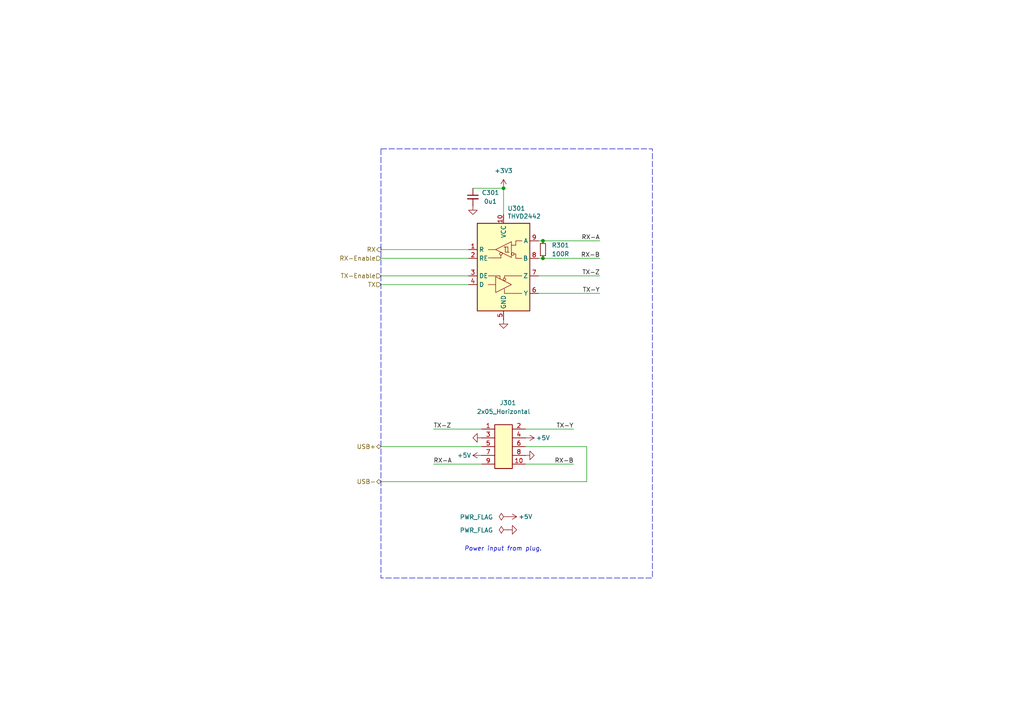
<source format=kicad_sch>
(kicad_sch (version 20250114) (generator "eeschema") (generator_version "9.0")
  (paper "A4")
  (title_block (title "V2 Link") (date "2026-02-11") (rev "2026-02-11") (company "Plug"))
  (lib_symbols
    (symbol "V2_Connector_Header_1.27mm:2x05_Horizontal" (pin_names (hide yes))
      (property "Reference" "J" (at 0 12.7 0))
      (property "Value" "2x05_Horizontal" (at 1.27 10.16 0))
      (symbol "2x05_Horizontal_1_1"
        (rectangle (start -2.54 6.35) (end 2.54 -6.35) (stroke (width 0.254)) (fill (type background)))
        (pin passive line (at -6.35 5.08 0) (length 3.81) (name "Pin_1") (number "1"))
        (pin passive line (at -6.35 2.54 0) (length 3.81) (name "Pin_3") (number "3"))
        (pin passive line (at -6.35 0 0) (length 3.81) (name "Pin_5") (number "5"))
        (pin passive line (at -6.35 -2.54 0) (length 3.81) (name "Pin_7") (number "7"))
        (pin passive line (at -6.35 -5.08 0) (length 3.81) (name "Pin_9") (number "9"))
        (pin passive line (at 6.35 5.08 180) (length 3.81) (name "Pin_2") (number "2"))
        (pin passive line (at 6.35 2.54 180) (length 3.81) (name "Pin_4") (number "4"))
        (pin passive line (at 6.35 0 180) (length 3.81) (name "Pin_6") (number "6"))
        (pin passive line (at 6.35 -2.54 180) (length 3.81) (name "Pin_8") (number "8"))
        (pin passive line (at 6.35 -5.08 180) (length 3.81) (name "Pin_10") (number "10"))
      )
    )
    (symbol "V2_Device:C_0603_0u1" (pin_numbers (hide yes)) (pin_names (offset 0.254) (hide yes))
      (property "Reference" "C" (at 1.778 1.524 0))
      (property "Value" "0u1" (at 1.778 -2.032 0))
      (symbol "C_0603_0u1_0_1"
        (polyline (pts (xy -1.524 0.508) (xy 1.524 0.508)) (stroke (width 0.3048)))
        (polyline (pts (xy -1.524 -0.508) (xy 1.524 -0.508)) (stroke (width 0.3302)))
      )
      (symbol "C_0603_0u1_1_1"
        (pin passive line (at 0 2.54 270) (length 2.032) (name "~") (number "1"))
        (pin passive line (at 0 -2.54 90) (length 2.032) (name "~") (number "2"))
      )
    )
    (symbol "V2_Device:R_0603_100R" (pin_numbers (hide yes)) (pin_names (offset 0.254) (hide yes))
      (property "Reference" "R" (at 2.032 1.27 0))
      (property "Value" "100R" (at 3.81 -1.27 0))
      (symbol "R_0603_100R_0_1"
        (rectangle (start -0.762 1.778) (end 0.762 -1.778) (stroke (width 0.2032)))
      )
      (symbol "R_0603_100R_1_1"
        (pin passive line (at 0 2.54 270) (length 0.762) (name "~") (number "1"))
        (pin passive line (at 0 -2.54 90) (length 0.762) (name "~") (number "2"))
      )
    )
    (symbol "V2_Interface_RS485:THVD2442"
      (property "Reference" "U" (at 2.54 17.78 0))
      (property "Value" "THVD2442" (at 2.54 15.24 0))
      (symbol "THVD2442_0_1"
        (rectangle (start -7.62 12.7) (end 7.62 -12.7) (stroke (width 0.254)) (fill (type background)))
        (polyline (pts (xy -4.445 -5.08) (xy -2.286 -5.08)))
        (polyline (pts (xy -2.286 5.08) (xy -4.4335 5.08)))
        (polyline (pts (xy -2.286 -2.794) (xy -2.286 -7.366) (xy 2.286 -5.08) (xy -2.286 -2.794)))
        (polyline (pts (xy -1.016 -3.429) (xy -1.016 -2.54) (xy -4.445 -2.54)))
        (polyline (pts (xy -0.762 3.429) (xy -0.762 2.667)))
        (polyline (pts (xy -0.762 2.667) (xy -4.4468 2.6741)))
        (circle (center -0.7445 3.8547) (radius 0.381))
        (circle (center 0.254 -3.556) (radius 0.381))
        (polyline (pts (xy 1.27 4.318) (xy 1.27 5.842) (xy 0.381 5.842)))
        (polyline (pts (xy 1.651 4.318) (xy 0.635 4.318) (xy 0.508 4.318) (xy 0.508 5.842) (xy 0.127 5.842)))
        (polyline (pts (xy 2.286 7.366) (xy 2.286 2.794) (xy -2.286 5.08) (xy 2.286 7.366)))
        (polyline (pts (xy 2.286 6.35) (xy 3.556 6.35) (xy 3.556 7.62) (xy 5.334 7.62)))
        (circle (center 2.667 3.81) (radius 0.381))
        (polyline (pts (xy 3.048 3.81) (xy 3.556 3.81) (xy 3.556 2.54) (xy 5.334 2.54)))
        (polyline (pts (xy 5.334 -2.54) (xy 0.254 -2.54) (xy 0.254 -3.175)))
        (polyline (pts (xy 5.334 -7.62) (xy 0.254 -7.62) (xy 0.254 -6.35)))
      )
      (symbol "THVD2442_1_1"
        (pin output line (at -10.16 5.08 0) (length 2.54) (name "R") (number "1"))
        (pin input line (at -10.16 2.54 0) (length 2.54) (name "RE") (number "2"))
        (pin input line (at -10.16 -2.54 0) (length 2.54) (name "DE") (number "3"))
        (pin input line (at -10.16 -5.08 0) (length 2.54) (name "D") (number "4"))
        (pin power_in line (at 0 15.24 270) (length 2.54) (name "VCC") (number "10"))
        (pin passive line (at 0 -15.24 90) (length 2.54) (hide yes) (name "GND") (number "11"))
        (pin power_in line (at 0 -15.24 90) (length 2.54) (name "GND") (number "5"))
        (pin input line (at 10.16 7.62 180) (length 2.54) (name "A") (number "9"))
        (pin input line (at 10.16 2.54 180) (length 2.54) (name "B") (number "8"))
        (pin output line (at 10.16 -2.54 180) (length 2.54) (name "Z") (number "7"))
        (pin output line (at 10.16 -7.62 180) (length 2.54) (name "Y") (number "6"))
      )
    )
    (symbol "V2_power:+3V3" (power) (pin_numbers (hide yes)) (pin_names (offset 0) (hide yes))
      (property "Value" "+3V3" (at 0 5.08 0))
      (symbol "+3V3_0_1"
        (polyline (pts (xy -0.762 1.27) (xy 0 2.54)))
        (polyline (pts (xy 0 2.54) (xy 0.762 1.27)))
        (polyline (pts (xy 0 0) (xy 0 2.54)))
      )
      (symbol "+3V3_1_1"
        (pin power_in line (at 0 0 90) (length 0) (name "~") (number "1"))
      )
    )
    (symbol "V2_power:+5V" (power) (pin_numbers (hide yes)) (pin_names (offset 0) (hide yes))
      (property "Value" "+5V" (at 0 5.08 0))
      (symbol "+5V_0_1"
        (polyline (pts (xy -0.762 1.27) (xy 0 2.54)))
        (polyline (pts (xy 0 2.54) (xy 0.762 1.27)))
        (polyline (pts (xy 0 0) (xy 0 2.54)))
      )
      (symbol "+5V_1_1"
        (pin power_in line (at 0 0 90) (length 0) (name "~") (number "1"))
      )
    )
    (symbol "V2_power:GND" (power) (pin_numbers (hide yes)) (pin_names (offset 0) (hide yes))
      (symbol "GND_0_1"
        (polyline (pts (xy 0 0) (xy 0 -1.27) (xy 1.27 -1.27) (xy 0 -2.54) (xy -1.27 -1.27) (xy 0 -1.27)))
      )
      (symbol "GND_1_1"
        (pin power_in line (at 0 0 270) (length 0) (name "~") (number "1"))
      )
    )
    (symbol "V2_power:PWR_FLAG" (power) (pin_numbers (hide yes)) (pin_names (offset 0) (hide yes))
      (property "Value" "PWR_FLAG" (at -8.89 0 0))
      (symbol "PWR_FLAG_0_0"
        (pin power_out line (at 0 0 180) (length 0) (name "~") (number "1"))
      )
      (symbol "PWR_FLAG_0_1"
        (polyline (pts (xy 0 0) (xy -1.27 0) (xy -1.905 -1.016) (xy -2.54 0) (xy -1.905 1.016) (xy -1.27 0)))
      )
    )
  )
  (rectangle (start 110.49 43.18) (end 189.23 167.64) (stroke (width 0) (type dash)))
  (text "Power input from plug." (at 134.62 160.02 0) (effects (font (size 1.27 1.27) (italic yes)) (justify left bottom)))
  (junction (at 146.05 54.61))
  (junction (at 157.48 69.85))
  (junction (at 157.48 74.93))
  (wire (pts (xy 170.18 139.7) (xy 110.49 139.7)))
  (wire (pts (xy 156.21 80.01) (xy 173.99 80.01)))
  (wire (pts (xy 156.21 85.09) (xy 173.99 85.09)))
  (wire (pts (xy 110.49 129.54) (xy 139.7 129.54)))
  (wire (pts (xy 156.21 74.93) (xy 157.48 74.93)))
  (wire (pts (xy 139.7 124.46) (xy 125.73 124.46)))
  (wire (pts (xy 156.21 69.85) (xy 157.48 69.85)))
  (wire (pts (xy 146.05 54.61) (xy 146.05 62.23)))
  (wire (pts (xy 139.7 134.62) (xy 125.73 134.62)))
  (wire (pts (xy 152.4 129.54) (xy 170.18 129.54)))
  (wire (pts (xy 110.49 82.55) (xy 135.89 82.55)))
  (wire (pts (xy 152.4 134.62) (xy 166.37 134.62)))
  (wire (pts (xy 146.05 54.61) (xy 137.16 54.61)))
  (wire (pts (xy 157.48 69.85) (xy 173.99 69.85)))
  (wire (pts (xy 110.49 80.01) (xy 135.89 80.01)))
  (wire (pts (xy 110.49 74.93) (xy 135.89 74.93)))
  (wire (pts (xy 152.4 124.46) (xy 166.37 124.46)))
  (wire (pts (xy 170.18 129.54) (xy 170.18 139.7)))
  (wire (pts (xy 157.48 74.93) (xy 173.99 74.93)))
  (wire (pts (xy 110.49 72.39) (xy 135.89 72.39)))
  (label "RX-B" (at 173.99 74.93 180))
  (label "RX-A" (at 173.99 69.85 180))
  (label "TX-Y" (at 166.37 124.46 180))
  (label "TX-Z" (at 125.73 124.46 0))
  (label "TX-Z" (at 173.99 80.01 180))
  (label "RX-B" (at 166.37 134.62 180))
  (label "TX-Y" (at 173.99 85.09 180))
  (label "RX-A" (at 125.73 134.62 0))
  (hierarchical_label "USB+" (shape bidirectional) (at 110.49 129.54 180))
  (hierarchical_label "TX-Enable" (shape input) (at 110.49 80.01 180))
  (hierarchical_label "USB-" (shape bidirectional) (at 110.49 139.7 180))
  (hierarchical_label "RX" (shape output) (at 110.49 72.39 180))
  (hierarchical_label "TX" (shape input) (at 110.49 82.55 180))
  (hierarchical_label "RX-Enable" (shape input) (at 110.49 74.93 180))
  (symbol (lib_id "V2_power:GND") (at 137.16 59.69 0) (unit 1)
    (property "Reference" "#PWR0309" (effects (hide yes)))
    (property "Value" "GND" (effects (hide yes)))
  )
  (symbol (lib_id "V2_power:PWR_FLAG") (at 147.32 153.67 0) (unit 1)
    (property "Reference" "#FLG0302" (effects (hide yes)))
    (property "Value" "PWR_FLAG" (at 138.176 153.797 0))
    (property "Description" "Special symbol for telling ERC where power comes from" (effects (hide yes)))
  )
  (symbol (lib_id "V2_power:PWR_FLAG") (at 147.32 149.86 0) (unit 1)
    (property "Reference" "#FLG0301" (effects (hide yes)))
    (property "Value" "PWR_FLAG" (at 138.176 149.987 0))
    (property "Description" "Special symbol for telling ERC where power comes from" (effects (hide yes)))
  )
  (symbol (lib_id "V2_Interface_RS485:THVD2442") (at 146.05 77.47 0) (unit 1)
    (property "Reference" "U301" (at 147.1773 60.452 0) (effects (justify left)))
    (property "Value" "THVD2442" (at 147.1773 62.738 0) (effects (justify left)))
    (property "Footprint" "V2_Package_SON:VSON-10-4-1EP_3x3mm_P0.5mm_EP1.65x2.4mm_ThermalVias" (effects (hide yes)))
    (property "Mouser" "595-THVD2442DRCR" (effects (hide yes)))
    (property "Product" "THVD2442DRCR " (effects (hide yes)))
    (property "Manufacturer" "Texas Instruments" (effects (hide yes)))
  )
  (symbol (lib_id "V2_Device:R_0603_100R") (at 157.48 72.39 0) (unit 1)
    (property "Reference" "R301" (at 162.56 71.12 0))
    (property "Value" "100R" (at 162.56 73.66 0))
    (property "Footprint" "V2_Resistor_SMD:R_0603" (effects (hide yes)))
    (property "Description" "Resistor, small symbol" (effects (hide yes)))
    (property "Mouser" "71-CRCW0603100RFKEAH" (effects (hide yes)))
    (property "Rating" "330mW" (effects (hide yes)))
    (property "Manufacturer" "Vishay" (effects (hide yes)))
    (property "Product" "CRCW0603100RFKEAHP" (effects (hide yes)))
  )
  (symbol (lib_id "V2_Connector_Header_1.27mm:2x05_Horizontal") (at 146.05 129.54 0) (unit 1)
    (property "Reference" "J301" (at 147.32 116.84 0))
    (property "Value" "2x05_Horizontal" (at 146.05 119.38 0))
    (property "Footprint" "V2_Connector_Header_1.27mm:PinHeader_2x05_P1.27mm_Horizontal" (effects (hide yes)))
    (property "Description" "Amphenol – Minitek127" (effects (hide yes)))
    (property "Mouser" "649-200211120001T4LF" (effects (hide yes)))
    (property "Manufacturer" "Amphenol FCI" (effects (hide yes)))
    (property "Product" "20021112-00010T4LF" (effects (hide yes)))
  )
  (symbol (lib_id "V2_power:+5V") (at 147.32 149.86 270) (unit 1)
    (property "Reference" "#PWR0305" (effects (hide yes)))
    (property "Value" "+5V" (at 152.4 149.86 90))
  )
  (symbol (lib_id "V2_power:GND") (at 139.7 127 270) (unit 1)
    (property "Reference" "#PWR0301" (effects (hide yes)))
    (property "Value" "GND" (effects (hide yes)))
  )
  (symbol (lib_id "V2_power:+5V") (at 139.7 132.08 90) (unit 1)
    (property "Reference" "#PWR0302" (effects (hide yes)))
    (property "Value" "+5V" (at 134.62 132.08 90))
  )
  (symbol (lib_id "V2_power:GND") (at 146.05 92.71 0) (unit 1)
    (property "Reference" "#PWR0304" (effects (hide yes)))
    (property "Value" "GND" (effects (hide yes)))
  )
  (symbol (lib_id "V2_power:+5V") (at 152.4 127 270) (unit 1)
    (property "Reference" "#PWR0307" (effects (hide yes)))
    (property "Value" "+5V" (at 157.48 127 90))
  )
  (symbol (lib_id "V2_power:+3V3") (at 146.05 54.61 0) (unit 1)
    (property "Reference" "#PWR0303" (effects (hide yes)))
    (property "Value" "+3V3" (at 146.05 49.53 0))
  )
  (symbol (lib_id "V2_power:GND") (at 147.32 153.67 90) (unit 1)
    (property "Reference" "#PWR0306" (effects (hide yes)))
    (property "Value" "GND" (effects (hide yes)))
  )
  (symbol (lib_id "V2_power:GND") (at 152.4 132.08 90) (unit 1)
    (property "Reference" "#PWR0308" (effects (hide yes)))
    (property "Value" "GND" (effects (hide yes)))
  )
  (symbol (lib_id "V2_Device:C_0603_0u1") (at 137.16 57.15 0) (unit 1)
    (property "Reference" "C301" (at 139.7 55.8862 0) (effects (justify left)))
    (property "Value" "0u1" (at 142.24 58.4262 0))
    (property "Footprint" "V2_Capacitor_SMD:C_0603" (effects (hide yes)))
    (property "Description" "Unpolarized capacitor, small symbol" (effects (hide yes)))
    (property "Mouser" "810-CGA3E2X7R1H104MA" (effects (hide yes)))
    (property "Manufacturer" "TDK" (effects (hide yes)))
    (property "Product" "CGA3E2X7R1H104M080AA" (effects (hide yes)))
    (property "Rating" "50V" (effects (hide yes)))
  )
)
</source>
